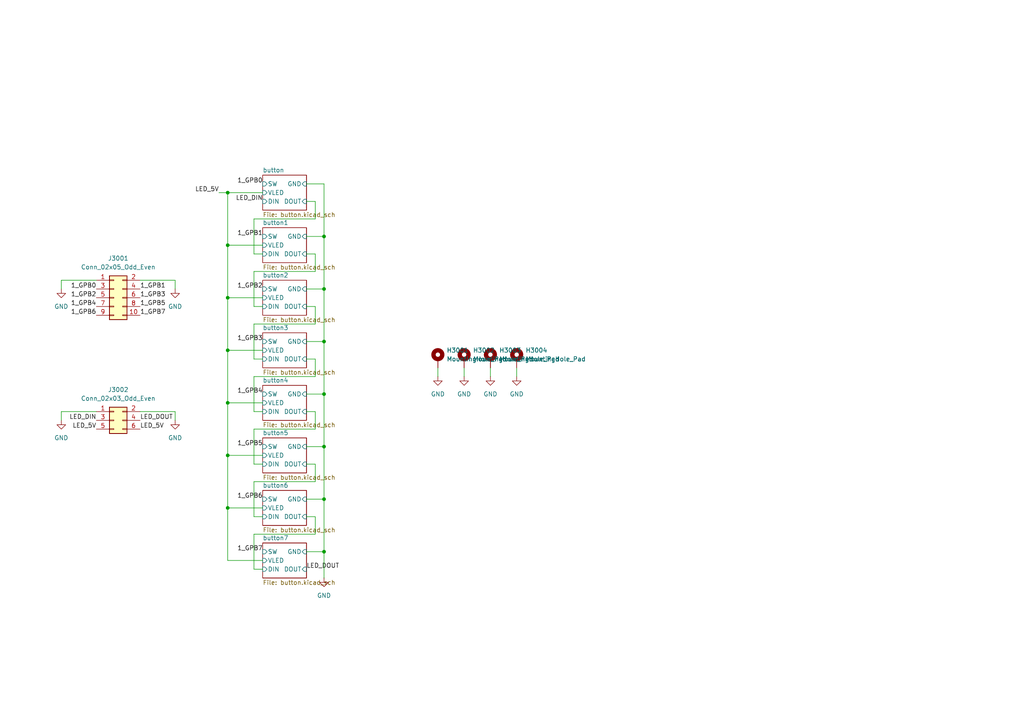
<source format=kicad_sch>
(kicad_sch (version 20250114) (generator "eeschema") (generator_version "9.0")
  (paper "A4")
  (lib_symbols
    (symbol "Connector_Generic:Conn_02x03_Odd_Even" (pin_names (offset 1.016) (hide yes))
      (property "Reference" "J" (at 1.27 5.08 0))
      (property "Value" "Conn_02x03_Odd_Even" (at 1.27 -5.08 0))
      (symbol "Conn_02x03_Odd_Even_1_1"
        (rectangle (start -1.27 3.81) (end 3.81 -3.81) (stroke (width 0.254)) (fill (type background)))
        (rectangle (start -1.27 2.667) (end 0 2.413) (stroke (width 0.1524)))
        (rectangle (start -1.27 0.127) (end 0 -0.127) (stroke (width 0.1524)))
        (rectangle (start -1.27 -2.413) (end 0 -2.667) (stroke (width 0.1524)))
        (rectangle (start 3.81 2.667) (end 2.54 2.413) (stroke (width 0.1524)))
        (rectangle (start 3.81 0.127) (end 2.54 -0.127) (stroke (width 0.1524)))
        (rectangle (start 3.81 -2.413) (end 2.54 -2.667) (stroke (width 0.1524)))
        (pin passive line (at -5.08 2.54 0) (length 3.81) (name "Pin_1") (number "1"))
        (pin passive line (at -5.08 0 0) (length 3.81) (name "Pin_3") (number "3"))
        (pin passive line (at -5.08 -2.54 0) (length 3.81) (name "Pin_5") (number "5"))
        (pin passive line (at 7.62 2.54 180) (length 3.81) (name "Pin_2") (number "2"))
        (pin passive line (at 7.62 0 180) (length 3.81) (name "Pin_4") (number "4"))
        (pin passive line (at 7.62 -2.54 180) (length 3.81) (name "Pin_6") (number "6"))
      )
    )
    (symbol "Connector_Generic:Conn_02x05_Odd_Even" (pin_names (offset 1.016) (hide yes))
      (property "Reference" "J" (at 1.27 7.62 0))
      (property "Value" "Conn_02x05_Odd_Even" (at 1.27 -7.62 0))
      (symbol "Conn_02x05_Odd_Even_1_1"
        (rectangle (start -1.27 6.35) (end 3.81 -6.35) (stroke (width 0.254)) (fill (type background)))
        (rectangle (start -1.27 5.207) (end 0 4.953) (stroke (width 0.1524)))
        (rectangle (start -1.27 2.667) (end 0 2.413) (stroke (width 0.1524)))
        (rectangle (start -1.27 0.127) (end 0 -0.127) (stroke (width 0.1524)))
        (rectangle (start -1.27 -2.413) (end 0 -2.667) (stroke (width 0.1524)))
        (rectangle (start -1.27 -4.953) (end 0 -5.207) (stroke (width 0.1524)))
        (rectangle (start 3.81 5.207) (end 2.54 4.953) (stroke (width 0.1524)))
        (rectangle (start 3.81 2.667) (end 2.54 2.413) (stroke (width 0.1524)))
        (rectangle (start 3.81 0.127) (end 2.54 -0.127) (stroke (width 0.1524)))
        (rectangle (start 3.81 -2.413) (end 2.54 -2.667) (stroke (width 0.1524)))
        (rectangle (start 3.81 -4.953) (end 2.54 -5.207) (stroke (width 0.1524)))
        (pin passive line (at -5.08 5.08 0) (length 3.81) (name "Pin_1") (number "1"))
        (pin passive line (at -5.08 2.54 0) (length 3.81) (name "Pin_3") (number "3"))
        (pin passive line (at -5.08 0 0) (length 3.81) (name "Pin_5") (number "5"))
        (pin passive line (at -5.08 -2.54 0) (length 3.81) (name "Pin_7") (number "7"))
        (pin passive line (at -5.08 -5.08 0) (length 3.81) (name "Pin_9") (number "9"))
        (pin passive line (at 7.62 5.08 180) (length 3.81) (name "Pin_2") (number "2"))
        (pin passive line (at 7.62 2.54 180) (length 3.81) (name "Pin_4") (number "4"))
        (pin passive line (at 7.62 0 180) (length 3.81) (name "Pin_6") (number "6"))
        (pin passive line (at 7.62 -2.54 180) (length 3.81) (name "Pin_8") (number "8"))
        (pin passive line (at 7.62 -5.08 180) (length 3.81) (name "Pin_10") (number "10"))
      )
    )
    (symbol "Mechanical:MountingHole_Pad" (pin_numbers (hide yes)) (pin_names (offset 1.016) (hide yes)) (exclude_from_sim yes) (in_bom no)
      (property "Reference" "H" (at 0 6.35 0))
      (property "Value" "MountingHole_Pad" (at 0 4.445 0))
      (symbol "MountingHole_Pad_0_1"
        (circle (center 0 1.27) (radius 1.27) (stroke (width 1.27)))
      )
      (symbol "MountingHole_Pad_1_1"
        (pin input line (at 0 -2.54 90) (length 2.54) (name "1") (number "1"))
      )
    )
    (symbol "power:GND" (power) (pin_numbers (hide yes)) (pin_names (offset 0) (hide yes))
      (property "Value" "GND" (at 0 -3.81 0))
      (symbol "GND_0_1"
        (polyline (pts (xy 0 0) (xy 0 -1.27) (xy 1.27 -1.27) (xy 0 -2.54) (xy -1.27 -1.27) (xy 0 -1.27)))
      )
      (symbol "GND_1_1"
        (pin power_in line (at 0 0 270) (length 0) (name "~") (number "1"))
      )
    )
  )
  (junction (at 93.98 129.54))
  (junction (at 93.98 99.06))
  (junction (at 93.98 160.02))
  (junction (at 66.04 147.32))
  (junction (at 66.04 132.08))
  (junction (at 66.04 71.12))
  (junction (at 93.98 144.78))
  (junction (at 66.04 101.6))
  (junction (at 66.04 55.88))
  (junction (at 93.98 83.82))
  (junction (at 66.04 116.84))
  (junction (at 93.98 68.58))
  (junction (at 93.98 114.3))
  (junction (at 66.04 86.36))
  (wire (pts (xy 66.04 101.6) (xy 76.2 101.6)))
  (wire (pts (xy 91.44 139.7) (xy 73.66 139.7)))
  (wire (pts (xy 66.04 132.08) (xy 76.2 132.08)))
  (wire (pts (xy 134.62 106.68) (xy 134.62 109.22)))
  (wire (pts (xy 91.44 119.38) (xy 91.44 124.46)))
  (wire (pts (xy 50.8 121.92) (xy 50.8 119.38)))
  (wire (pts (xy 93.98 68.58) (xy 93.98 53.34)))
  (wire (pts (xy 142.24 106.68) (xy 142.24 109.22)))
  (wire (pts (xy 73.66 104.14) (xy 76.2 104.14)))
  (wire (pts (xy 91.44 73.66) (xy 91.44 78.74)))
  (wire (pts (xy 88.9 134.62) (xy 91.44 134.62)))
  (wire (pts (xy 66.04 162.56) (xy 76.2 162.56)))
  (wire (pts (xy 66.04 86.36) (xy 76.2 86.36)))
  (wire (pts (xy 88.9 129.54) (xy 93.98 129.54)))
  (wire (pts (xy 73.66 93.98) (xy 73.66 104.14)))
  (wire (pts (xy 66.04 116.84) (xy 66.04 132.08)))
  (wire (pts (xy 66.04 71.12) (xy 66.04 86.36)))
  (wire (pts (xy 88.9 119.38) (xy 91.44 119.38)))
  (wire (pts (xy 17.78 81.28) (xy 17.78 83.82)))
  (wire (pts (xy 91.44 134.62) (xy 91.44 139.7)))
  (wire (pts (xy 73.66 165.1) (xy 76.2 165.1)))
  (wire (pts (xy 73.66 73.66) (xy 76.2 73.66)))
  (wire (pts (xy 66.04 71.12) (xy 76.2 71.12)))
  (wire (pts (xy 17.78 121.92) (xy 17.78 119.38)))
  (wire (pts (xy 88.9 99.06) (xy 93.98 99.06)))
  (wire (pts (xy 88.9 88.9) (xy 91.44 88.9)))
  (wire (pts (xy 88.9 160.02) (xy 93.98 160.02)))
  (wire (pts (xy 66.04 101.6) (xy 66.04 116.84)))
  (wire (pts (xy 50.8 119.38) (xy 40.64 119.38)))
  (wire (pts (xy 66.04 55.88) (xy 76.2 55.88)))
  (wire (pts (xy 93.98 160.02) (xy 93.98 144.78)))
  (wire (pts (xy 73.66 78.74) (xy 73.66 88.9)))
  (wire (pts (xy 73.66 119.38) (xy 76.2 119.38)))
  (wire (pts (xy 93.98 144.78) (xy 93.98 129.54)))
  (wire (pts (xy 91.44 104.14) (xy 91.44 109.22)))
  (wire (pts (xy 66.04 147.32) (xy 66.04 162.56)))
  (wire (pts (xy 91.44 78.74) (xy 73.66 78.74)))
  (wire (pts (xy 91.44 124.46) (xy 73.66 124.46)))
  (wire (pts (xy 73.66 88.9) (xy 76.2 88.9)))
  (wire (pts (xy 93.98 83.82) (xy 93.98 68.58)))
  (wire (pts (xy 91.44 109.22) (xy 73.66 109.22)))
  (wire (pts (xy 66.04 86.36) (xy 66.04 101.6)))
  (wire (pts (xy 66.04 116.84) (xy 76.2 116.84)))
  (wire (pts (xy 88.9 149.86) (xy 91.44 149.86)))
  (wire (pts (xy 88.9 58.42) (xy 91.44 58.42)))
  (wire (pts (xy 73.66 154.94) (xy 73.66 165.1)))
  (wire (pts (xy 91.44 88.9) (xy 91.44 93.98)))
  (wire (pts (xy 17.78 119.38) (xy 27.94 119.38)))
  (wire (pts (xy 88.9 83.82) (xy 93.98 83.82)))
  (wire (pts (xy 73.66 149.86) (xy 76.2 149.86)))
  (wire (pts (xy 88.9 114.3) (xy 93.98 114.3)))
  (wire (pts (xy 93.98 99.06) (xy 93.98 83.82)))
  (wire (pts (xy 73.66 109.22) (xy 73.66 119.38)))
  (wire (pts (xy 91.44 93.98) (xy 73.66 93.98)))
  (wire (pts (xy 66.04 132.08) (xy 66.04 147.32)))
  (wire (pts (xy 73.66 124.46) (xy 73.66 134.62)))
  (wire (pts (xy 50.8 83.82) (xy 50.8 81.28)))
  (wire (pts (xy 91.44 63.5) (xy 73.66 63.5)))
  (wire (pts (xy 66.04 55.88) (xy 66.04 71.12)))
  (wire (pts (xy 149.86 106.68) (xy 149.86 109.22)))
  (wire (pts (xy 88.9 73.66) (xy 91.44 73.66)))
  (wire (pts (xy 63.5 55.88) (xy 66.04 55.88)))
  (wire (pts (xy 73.66 63.5) (xy 73.66 73.66)))
  (wire (pts (xy 73.66 139.7) (xy 73.66 149.86)))
  (wire (pts (xy 93.98 160.02) (xy 93.98 167.64)))
  (wire (pts (xy 93.98 129.54) (xy 93.98 114.3)))
  (wire (pts (xy 73.66 134.62) (xy 76.2 134.62)))
  (wire (pts (xy 91.44 154.94) (xy 73.66 154.94)))
  (wire (pts (xy 50.8 81.28) (xy 40.64 81.28)))
  (wire (pts (xy 88.9 144.78) (xy 93.98 144.78)))
  (wire (pts (xy 66.04 147.32) (xy 76.2 147.32)))
  (wire (pts (xy 93.98 114.3) (xy 93.98 99.06)))
  (wire (pts (xy 91.44 149.86) (xy 91.44 154.94)))
  (wire (pts (xy 88.9 104.14) (xy 91.44 104.14)))
  (wire (pts (xy 88.9 68.58) (xy 93.98 68.58)))
  (wire (pts (xy 88.9 53.34) (xy 93.98 53.34)))
  (wire (pts (xy 91.44 58.42) (xy 91.44 63.5)))
  (wire (pts (xy 127 106.68) (xy 127 109.22)))
  (wire (pts (xy 27.94 81.28) (xy 17.78 81.28)))
  (label "LED_5V" (at 63.5 55.88 180))
  (label "1_GPB6" (at 76.2 144.78 180))
  (label "1_GPB3" (at 40.64 86.36 0))
  (label "1_GPB6" (at 27.94 91.44 180))
  (label "1_GPB2" (at 27.94 86.36 180))
  (label "1_GPB5" (at 40.64 88.9 0))
  (label "1_GPB5" (at 76.2 129.54 180))
  (label "1_GPB0" (at 27.94 83.82 180))
  (label "1_GPB2" (at 76.2 83.82 180))
  (label "LED_5V" (at 40.64 124.46 0))
  (label "LED_DIN" (at 76.2 58.42 180))
  (label "LED_DOUT" (at 40.64 121.92 0))
  (label "1_GPB1" (at 40.64 83.82 0))
  (label "1_GPB1" (at 76.2 68.58 180))
  (label "LED_DIN" (at 27.94 121.92 180))
  (label "LED_5V" (at 27.94 124.46 180))
  (label "1_GPB4" (at 76.2 114.3 180))
  (label "LED_DOUT" (at 88.9 165.1 0))
  (label "1_GPB7" (at 40.64 91.44 0))
  (label "1_GPB0" (at 76.2 53.34 180))
  (label "1_GPB3" (at 76.2 99.06 180))
  (label "1_GPB4" (at 27.94 88.9 180))
  (label "1_GPB7" (at 76.2 160.02 180))
  (symbol (lib_id "power:GND") (at 149.86 109.22 0) (unit 1)
    (property "Reference" "#PWR03009" (effects (hide yes)))
    (property "Value" "GND" (at 149.86 114.3 0))
    (property "Description" "Power symbol creates a global label with name \"GND\" , ground" (effects (hide yes)))
  )
  (symbol (lib_id "power:GND") (at 17.78 121.92 0) (unit 1)
    (property "Reference" "#PWR03002" (effects (hide yes)))
    (property "Value" "GND" (at 17.78 127 0))
    (property "Description" "Power symbol creates a global label with name \"GND\" , ground" (effects (hide yes)))
  )
  (symbol (lib_id "Mechanical:MountingHole_Pad") (at 127 104.14 0) (unit 1) (exclude_from_sim yes) (in_bom no)
    (property "Reference" "H3001" (at 129.54 101.5999 0) (effects (justify left)))
    (property "Value" "MountingHole_Pad" (at 129.54 104.1399 0) (effects (justify left)))
    (property "Footprint" "MountingHole:MountingHole_2.5mm_Pad_Via" (effects (hide yes)))
    (property "Description" "Mounting Hole with connection" (effects (hide yes)))
  )
  (symbol (lib_id "power:GND") (at 50.8 121.92 0) (unit 1)
    (property "Reference" "#PWR03004" (effects (hide yes)))
    (property "Value" "GND" (at 50.8 127 0))
    (property "Description" "Power symbol creates a global label with name \"GND\" , ground" (effects (hide yes)))
  )
  (symbol (lib_id "Connector_Generic:Conn_02x03_Odd_Even") (at 33.02 121.92 0) (unit 1)
    (property "Reference" "J3002" (at 34.29 113.03 0))
    (property "Value" "Conn_02x03_Odd_Even" (at 34.29 115.57 0))
    (property "Footprint" "Connector_PinHeader_2.54mm:PinHeader_2x03_P2.54mm_Vertical" (effects (hide yes)))
    (property "Description" "Generic connector, double row, 02x03, odd/even pin numbering scheme (row 1 odd numbers, row 2 even numbers), script generated (kicad-library-utils/schlib/autogen/connector/)" (effects (hide yes)))
  )
  (symbol (lib_id "Mechanical:MountingHole_Pad") (at 134.62 104.14 0) (unit 1) (exclude_from_sim yes) (in_bom no)
    (property "Reference" "H3002" (at 137.16 101.5999 0) (effects (justify left)))
    (property "Value" "MountingHole_Pad" (at 137.16 104.1399 0) (effects (justify left)))
    (property "Footprint" "MountingHole:MountingHole_2.5mm_Pad_Via" (effects (hide yes)))
    (property "Description" "Mounting Hole with connection" (effects (hide yes)))
  )
  (symbol (lib_id "power:GND") (at 17.78 83.82 0) (unit 1)
    (property "Reference" "#PWR03001" (effects (hide yes)))
    (property "Value" "GND" (at 17.78 88.9 0))
    (property "Description" "Power symbol creates a global label with name \"GND\" , ground" (effects (hide yes)))
  )
  (symbol (lib_id "Connector_Generic:Conn_02x05_Odd_Even") (at 33.02 86.36 0) (unit 1)
    (property "Reference" "J3001" (at 34.29 74.93 0))
    (property "Value" "Conn_02x05_Odd_Even" (at 34.29 77.47 0))
    (property "Footprint" "Connector_PinHeader_2.54mm:PinHeader_2x05_P2.54mm_Vertical" (effects (hide yes)))
    (property "Description" "Generic connector, double row, 02x05, odd/even pin numbering scheme (row 1 odd numbers, row 2 even numbers), script generated (kicad-library-utils/schlib/autogen/connector/)" (effects (hide yes)))
  )
  (symbol (lib_id "power:GND") (at 142.24 109.22 0) (unit 1)
    (property "Reference" "#PWR03008" (effects (hide yes)))
    (property "Value" "GND" (at 142.24 114.3 0))
    (property "Description" "Power symbol creates a global label with name \"GND\" , ground" (effects (hide yes)))
  )
  (symbol (lib_id "Mechanical:MountingHole_Pad") (at 149.86 104.14 0) (unit 1) (exclude_from_sim yes) (in_bom no)
    (property "Reference" "H3004" (at 152.4 101.5999 0) (effects (justify left)))
    (property "Value" "MountingHole_Pad" (at 152.4 104.1399 0) (effects (justify left)))
    (property "Footprint" "MountingHole:MountingHole_2.5mm_Pad_Via" (effects (hide yes)))
    (property "Description" "Mounting Hole with connection" (effects (hide yes)))
  )
  (symbol (lib_id "power:GND") (at 93.98 167.64 0) (unit 1)
    (property "Reference" "#PWR03005" (effects (hide yes)))
    (property "Value" "GND" (at 93.98 172.72 0))
    (property "Description" "Power symbol creates a global label with name \"GND\" , ground" (effects (hide yes)))
  )
  (symbol (lib_id "power:GND") (at 127 109.22 0) (unit 1)
    (property "Reference" "#PWR03006" (effects (hide yes)))
    (property "Value" "GND" (at 127 114.3 0))
    (property "Description" "Power symbol creates a global label with name \"GND\" , ground" (effects (hide yes)))
  )
  (symbol (lib_id "power:GND") (at 134.62 109.22 0) (unit 1)
    (property "Reference" "#PWR03007" (effects (hide yes)))
    (property "Value" "GND" (at 134.62 114.3 0))
    (property "Description" "Power symbol creates a global label with name \"GND\" , ground" (effects (hide yes)))
  )
  (symbol (lib_id "Mechanical:MountingHole_Pad") (at 142.24 104.14 0) (unit 1) (exclude_from_sim yes) (in_bom no)
    (property "Reference" "H3003" (at 144.78 101.5999 0) (effects (justify left)))
    (property "Value" "MountingHole_Pad" (at 144.78 104.1399 0) (effects (justify left)))
    (property "Footprint" "MountingHole:MountingHole_2.5mm_Pad_Via" (effects (hide yes)))
    (property "Description" "Mounting Hole with connection" (effects (hide yes)))
  )
  (symbol (lib_id "power:GND") (at 50.8 83.82 0) (unit 1)
    (property "Reference" "#PWR03003" (effects (hide yes)))
    (property "Value" "GND" (at 50.8 88.9 0))
    (property "Description" "Power symbol creates a global label with name \"GND\" , ground" (effects (hide yes)))
  )
  (sheet (at 76.2 142.24) (size 12.7 10.16) (stroke (width 0.1524))
    (property "Sheetname" "button6" (at 76.2 141.5284 0) (effects (justify left bottom)))
    (property "Sheetfile" "button.kicad_sch" (at 76.2 152.9846 0) (effects (justify left top)))
    (pin "GND" input (at 88.9 144.78 0))
    (pin "SW" input (at 76.2 144.78 180))
    (pin "DIN" input (at 76.2 149.86 180))
    (pin "DOUT" input (at 88.9 149.86 0))
    (pin "VLED" input (at 76.2 147.32 180))
  )
  (sheet (at 76.2 111.76) (size 12.7 10.16) (stroke (width 0.1524))
    (property "Sheetname" "button4" (at 76.2 111.0484 0) (effects (justify left bottom)))
    (property "Sheetfile" "button.kicad_sch" (at 76.2 122.5046 0) (effects (justify left top)))
    (pin "GND" input (at 88.9 114.3 0))
    (pin "SW" input (at 76.2 114.3 180))
    (pin "DIN" input (at 76.2 119.38 180))
    (pin "DOUT" input (at 88.9 119.38 0))
    (pin "VLED" input (at 76.2 116.84 180))
  )
  (sheet (at 76.2 157.48) (size 12.7 10.16) (stroke (width 0.1524))
    (property "Sheetname" "button7" (at 76.2 156.7684 0) (effects (justify left bottom)))
    (property "Sheetfile" "button.kicad_sch" (at 76.2 168.2246 0) (effects (justify left top)))
    (pin "GND" input (at 88.9 160.02 0))
    (pin "SW" input (at 76.2 160.02 180))
    (pin "DIN" input (at 76.2 165.1 180))
    (pin "DOUT" input (at 88.9 165.1 0))
    (pin "VLED" input (at 76.2 162.56 180))
  )
  (sheet (at 76.2 50.8) (size 12.7 10.16) (stroke (width 0.1524))
    (property "Sheetname" "button" (at 76.2 50.0884 0) (effects (justify left bottom)))
    (property "Sheetfile" "button.kicad_sch" (at 76.2 61.5446 0) (effects (justify left top)))
    (pin "GND" input (at 88.9 53.34 0))
    (pin "SW" input (at 76.2 53.34 180))
    (pin "DIN" input (at 76.2 58.42 180))
    (pin "DOUT" input (at 88.9 58.42 0))
    (pin "VLED" input (at 76.2 55.88 180))
  )
  (sheet (at 76.2 127) (size 12.7 10.16) (stroke (width 0.1524))
    (property "Sheetname" "button5" (at 76.2 126.2884 0) (effects (justify left bottom)))
    (property "Sheetfile" "button.kicad_sch" (at 76.2 137.7446 0) (effects (justify left top)))
    (pin "GND" input (at 88.9 129.54 0))
    (pin "SW" input (at 76.2 129.54 180))
    (pin "DIN" input (at 76.2 134.62 180))
    (pin "DOUT" input (at 88.9 134.62 0))
    (pin "VLED" input (at 76.2 132.08 180))
  )
  (sheet (at 76.2 66.04) (size 12.7 10.16) (stroke (width 0.1524))
    (property "Sheetname" "button1" (at 76.2 65.3284 0) (effects (justify left bottom)))
    (property "Sheetfile" "button.kicad_sch" (at 76.2 76.7846 0) (effects (justify left top)))
    (pin "GND" input (at 88.9 68.58 0))
    (pin "SW" input (at 76.2 68.58 180))
    (pin "DIN" input (at 76.2 73.66 180))
    (pin "DOUT" input (at 88.9 73.66 0))
    (pin "VLED" input (at 76.2 71.12 180))
  )
  (sheet (at 76.2 81.28) (size 12.7 10.16) (stroke (width 0.1524))
    (property "Sheetname" "button2" (at 76.2 80.5684 0) (effects (justify left bottom)))
    (property "Sheetfile" "button.kicad_sch" (at 76.2 92.0246 0) (effects (justify left top)))
    (pin "GND" input (at 88.9 83.82 0))
    (pin "SW" input (at 76.2 83.82 180))
    (pin "DIN" input (at 76.2 88.9 180))
    (pin "DOUT" input (at 88.9 88.9 0))
    (pin "VLED" input (at 76.2 86.36 180))
  )
  (sheet (at 76.2 96.52) (size 12.7 10.16) (stroke (width 0.1524))
    (property "Sheetname" "button3" (at 76.2 95.8084 0) (effects (justify left bottom)))
    (property "Sheetfile" "button.kicad_sch" (at 76.2 107.2646 0) (effects (justify left top)))
    (pin "GND" input (at 88.9 99.06 0))
    (pin "SW" input (at 76.2 99.06 180))
    (pin "DIN" input (at 76.2 104.14 180))
    (pin "DOUT" input (at 88.9 104.14 0))
    (pin "VLED" input (at 76.2 101.6 180))
  )
)
</source>
